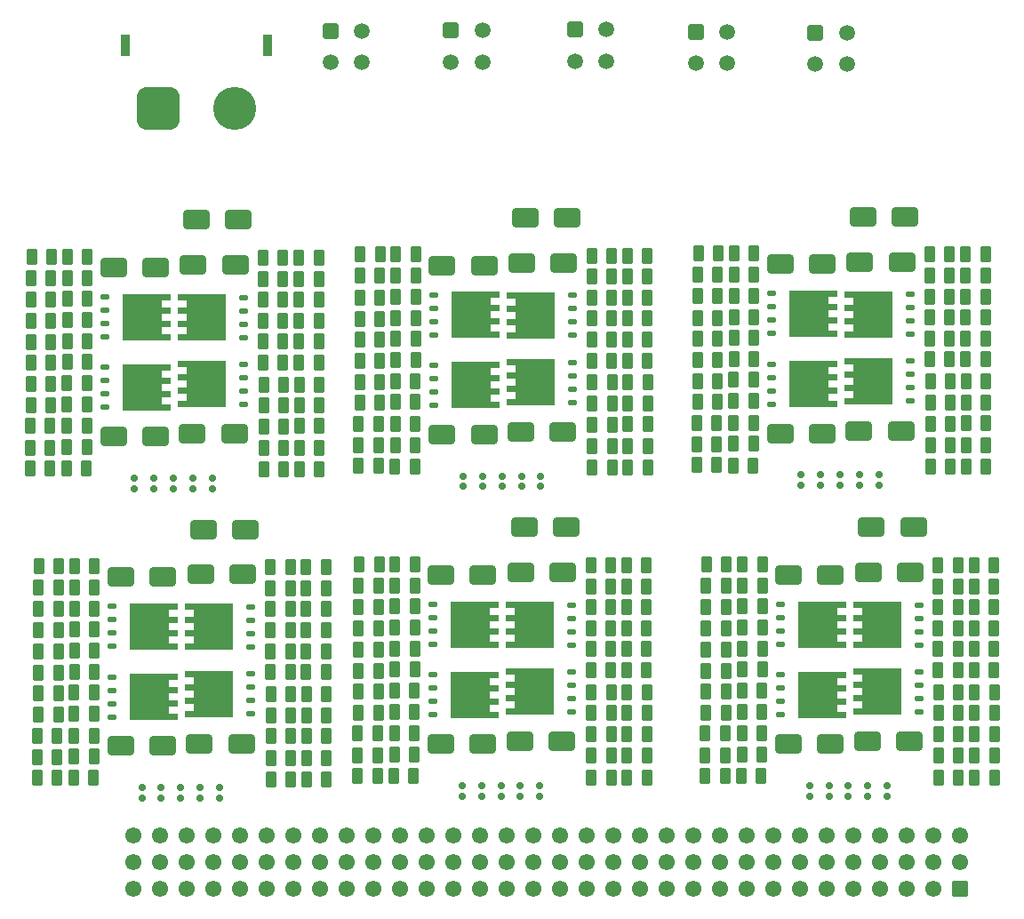
<source format=gbr>
%TF.GenerationSoftware,KiCad,Pcbnew,9.0.3*%
%TF.CreationDate,2025-09-23T23:00:58+02:00*%
%TF.ProjectId,ModuCard-GPIO-AUX,4d6f6475-4361-4726-942d-4750494f2d41,rev?*%
%TF.SameCoordinates,Original*%
%TF.FileFunction,Soldermask,Top*%
%TF.FilePolarity,Negative*%
%FSLAX46Y46*%
G04 Gerber Fmt 4.6, Leading zero omitted, Abs format (unit mm)*
G04 Created by KiCad (PCBNEW 9.0.3) date 2025-09-23 23:00:58*
%MOMM*%
%LPD*%
G01*
G04 APERTURE LIST*
G04 Aperture macros list*
%AMRoundRect*
0 Rectangle with rounded corners*
0 $1 Rounding radius*
0 $2 $3 $4 $5 $6 $7 $8 $9 X,Y pos of 4 corners*
0 Add a 4 corners polygon primitive as box body*
4,1,4,$2,$3,$4,$5,$6,$7,$8,$9,$2,$3,0*
0 Add four circle primitives for the rounded corners*
1,1,$1+$1,$2,$3*
1,1,$1+$1,$4,$5*
1,1,$1+$1,$6,$7*
1,1,$1+$1,$8,$9*
0 Add four rect primitives between the rounded corners*
20,1,$1+$1,$2,$3,$4,$5,0*
20,1,$1+$1,$4,$5,$6,$7,0*
20,1,$1+$1,$6,$7,$8,$9,0*
20,1,$1+$1,$8,$9,$2,$3,0*%
%AMFreePoly0*
4,1,17,2.675000,1.605000,1.875000,1.605000,1.875000,0.935000,2.675000,0.935000,2.675000,0.335000,1.875000,0.335000,1.875000,-0.335000,2.675000,-0.335000,2.675000,-0.935000,1.875000,-0.935000,1.875000,-1.605000,2.675000,-1.605000,2.675000,-2.205000,-1.875000,-2.205000,-1.875000,2.205000,2.675000,2.205000,2.675000,1.605000,2.675000,1.605000,$1*%
G04 Aperture macros list end*
%ADD10RoundRect,0.269000X0.269000X0.494000X-0.269000X0.494000X-0.269000X-0.494000X0.269000X-0.494000X0*%
%ADD11RoundRect,0.159000X-0.189000X0.159000X-0.189000X-0.159000X0.189000X-0.159000X0.189000X0.159000X0*%
%ADD12FreePoly0,0.000000*%
%ADD13RoundRect,0.125000X-0.300000X-0.125000X0.300000X-0.125000X0.300000X0.125000X-0.300000X0.125000X0*%
%ADD14RoundRect,0.250000X-1.000000X-0.650000X1.000000X-0.650000X1.000000X0.650000X-1.000000X0.650000X0*%
%ADD15RoundRect,0.250000X1.000000X0.650000X-1.000000X0.650000X-1.000000X-0.650000X1.000000X-0.650000X0*%
%ADD16FreePoly0,180.000000*%
%ADD17RoundRect,0.125000X0.300000X0.125000X-0.300000X0.125000X-0.300000X-0.125000X0.300000X-0.125000X0*%
%ADD18RoundRect,0.250001X-0.499999X-0.499999X0.499999X-0.499999X0.499999X0.499999X-0.499999X0.499999X0*%
%ADD19C,1.500000*%
%ADD20R,0.900000X2.000000*%
%ADD21RoundRect,1.025000X-1.025000X-1.025000X1.025000X-1.025000X1.025000X1.025000X-1.025000X1.025000X0*%
%ADD22C,4.100000*%
%ADD23RoundRect,0.249999X0.525001X0.525001X-0.525001X0.525001X-0.525001X-0.525001X0.525001X-0.525001X0*%
%ADD24C,1.550000*%
G04 APERTURE END LIST*
D10*
%TO.C,C13*%
X95350000Y-112910000D03*
X97250000Y-112910000D03*
%TD*%
%TO.C,C15*%
X95350000Y-108910000D03*
X97250000Y-108910000D03*
%TD*%
%TO.C,C17*%
X95400000Y-100760000D03*
X97300000Y-100760000D03*
%TD*%
%TO.C,C2*%
X98800000Y-108810000D03*
X100700000Y-108810000D03*
%TD*%
%TO.C,C19*%
X95250000Y-120910000D03*
X97150000Y-120910000D03*
%TD*%
%TO.C,C22*%
X95350000Y-114910000D03*
X97250000Y-114910000D03*
%TD*%
%TO.C,C20*%
X95250000Y-118960000D03*
X97150000Y-118960000D03*
%TD*%
%TO.C,C6*%
X98800000Y-100760000D03*
X100700000Y-100760000D03*
%TD*%
%TO.C,C16*%
X95350000Y-102810000D03*
X97250000Y-102810000D03*
%TD*%
%TO.C,C1*%
X98800000Y-110810000D03*
X100700000Y-110810000D03*
%TD*%
%TO.C,C12*%
X98750000Y-112810000D03*
X100650000Y-112810000D03*
%TD*%
%TO.C,C3*%
X98800000Y-106810000D03*
X100700000Y-106810000D03*
%TD*%
%TO.C,C5*%
X98800000Y-102810000D03*
X100700000Y-102810000D03*
%TD*%
%TO.C,C4*%
X98800000Y-104810000D03*
X100700000Y-104810000D03*
%TD*%
%TO.C,C7*%
X95350000Y-106910000D03*
X97250000Y-106910000D03*
%TD*%
%TO.C,C18*%
X98700000Y-120960000D03*
X100600000Y-120960000D03*
%TD*%
%TO.C,C10*%
X98750000Y-116910000D03*
X100650000Y-116910000D03*
%TD*%
%TO.C,C14*%
X95350000Y-110910000D03*
X97250000Y-110910000D03*
%TD*%
%TO.C,C11*%
X98750000Y-114810000D03*
X100650000Y-114810000D03*
%TD*%
%TO.C,C9*%
X98750000Y-118910000D03*
X100650000Y-118910000D03*
%TD*%
%TO.C,C8*%
X95350000Y-104860000D03*
X97250000Y-104860000D03*
%TD*%
%TO.C,C21*%
X95250000Y-116910000D03*
X97150000Y-116910000D03*
%TD*%
%TO.C,C32*%
X155750000Y-136370000D03*
X153850000Y-136370000D03*
%TD*%
D11*
%TO.C,R11*%
X140050000Y-151370000D03*
X140050000Y-152370000D03*
%TD*%
D10*
%TO.C,C39*%
X152350000Y-130370000D03*
X150450000Y-130370000D03*
%TD*%
D12*
%TO.C,Q1*%
X138950000Y-136010000D03*
D13*
X135400000Y-134105000D03*
X135400000Y-135375000D03*
X135400000Y-136645000D03*
X135400000Y-137915000D03*
%TD*%
D10*
%TO.C,C21*%
X130150000Y-146410000D03*
X128250000Y-146410000D03*
%TD*%
D11*
%TO.C,R8*%
X145600000Y-151370000D03*
X145600000Y-152370000D03*
%TD*%
D10*
%TO.C,C29*%
X155800000Y-146420000D03*
X153900000Y-146420000D03*
%TD*%
%TO.C,C8*%
X130250000Y-134360000D03*
X128350000Y-134360000D03*
%TD*%
D11*
%TO.C,R10*%
X141900000Y-151370000D03*
X141900000Y-152370000D03*
%TD*%
D10*
%TO.C,C37*%
X152350000Y-134370000D03*
X150450000Y-134370000D03*
%TD*%
%TO.C,C18*%
X133600000Y-150460000D03*
X131700000Y-150460000D03*
%TD*%
D14*
%TO.C,D6*%
X143800000Y-131070000D03*
X147800000Y-131070000D03*
%TD*%
D10*
%TO.C,C40*%
X155750000Y-130370000D03*
X153850000Y-130370000D03*
%TD*%
%TO.C,C4*%
X133700000Y-134310000D03*
X131800000Y-134310000D03*
%TD*%
D11*
%TO.C,R12*%
X138200000Y-151370000D03*
X138200000Y-152370000D03*
%TD*%
D10*
%TO.C,C26*%
X155800000Y-144470000D03*
X153900000Y-144470000D03*
%TD*%
%TO.C,C9*%
X133650000Y-148410000D03*
X131750000Y-148410000D03*
%TD*%
%TO.C,C27*%
X152400000Y-144470000D03*
X150500000Y-144470000D03*
%TD*%
%TO.C,C34*%
X155750000Y-132370000D03*
X153850000Y-132370000D03*
%TD*%
%TO.C,C42*%
X152400000Y-146470000D03*
X150500000Y-146470000D03*
%TD*%
%TO.C,C43*%
X152350000Y-140370000D03*
X150450000Y-140370000D03*
%TD*%
%TO.C,C44*%
X152350000Y-138370000D03*
X150450000Y-138370000D03*
%TD*%
%TO.C,C11*%
X133650000Y-144310000D03*
X131750000Y-144310000D03*
%TD*%
%TO.C,C10*%
X133650000Y-146410000D03*
X131750000Y-146410000D03*
%TD*%
%TO.C,C31*%
X155750000Y-138370000D03*
X153850000Y-138370000D03*
%TD*%
%TO.C,C14*%
X130250000Y-140410000D03*
X128350000Y-140410000D03*
%TD*%
%TO.C,C7*%
X130250000Y-136410000D03*
X128350000Y-136410000D03*
%TD*%
%TO.C,C38*%
X152350000Y-132370000D03*
X150450000Y-132370000D03*
%TD*%
%TO.C,C6*%
X133700000Y-130260000D03*
X131800000Y-130260000D03*
%TD*%
%TO.C,C5*%
X133700000Y-132310000D03*
X131800000Y-132310000D03*
%TD*%
%TO.C,C23*%
X155800000Y-148520000D03*
X153900000Y-148520000D03*
%TD*%
%TO.C,C3*%
X133700000Y-136310000D03*
X131800000Y-136310000D03*
%TD*%
%TO.C,C12*%
X133650000Y-142310000D03*
X131750000Y-142310000D03*
%TD*%
%TO.C,C1*%
X133700000Y-140310000D03*
X131800000Y-140310000D03*
%TD*%
%TO.C,C20*%
X130150000Y-148460000D03*
X128250000Y-148460000D03*
%TD*%
D12*
%TO.C,Q2*%
X138950000Y-142720000D03*
D13*
X135400000Y-140815000D03*
X135400000Y-142085000D03*
X135400000Y-143355000D03*
X135400000Y-144625000D03*
%TD*%
D15*
%TO.C,D3*%
X140200000Y-147410000D03*
X136200000Y-147410000D03*
%TD*%
D10*
%TO.C,C16*%
X130250000Y-132310000D03*
X128350000Y-132310000D03*
%TD*%
D14*
%TO.C,D5*%
X143700000Y-147170000D03*
X147700000Y-147170000D03*
%TD*%
D16*
%TO.C,Q3*%
X145050000Y-142435000D03*
D17*
X148600000Y-144340000D03*
X148600000Y-143070000D03*
X148600000Y-141800000D03*
X148600000Y-140530000D03*
%TD*%
D16*
%TO.C,Q4*%
X145050000Y-136065000D03*
D17*
X148600000Y-137970000D03*
X148600000Y-136700000D03*
X148600000Y-135430000D03*
X148600000Y-134160000D03*
%TD*%
D11*
%TO.C,R9*%
X143750000Y-151370000D03*
X143750000Y-152370000D03*
%TD*%
D15*
%TO.C,D2*%
X140200000Y-131310000D03*
X136200000Y-131310000D03*
%TD*%
D10*
%TO.C,C41*%
X152400000Y-148520000D03*
X150500000Y-148520000D03*
%TD*%
%TO.C,C30*%
X155750000Y-140370000D03*
X153850000Y-140370000D03*
%TD*%
%TO.C,C24*%
X155800000Y-150570000D03*
X153900000Y-150570000D03*
%TD*%
%TO.C,C36*%
X152350000Y-136370000D03*
X150450000Y-136370000D03*
%TD*%
%TO.C,C28*%
X155800000Y-142470000D03*
X153900000Y-142470000D03*
%TD*%
%TO.C,C33*%
X155750000Y-134370000D03*
X153850000Y-134370000D03*
%TD*%
%TO.C,C2*%
X133700000Y-138310000D03*
X131800000Y-138310000D03*
%TD*%
%TO.C,C19*%
X130150000Y-150410000D03*
X128250000Y-150410000D03*
%TD*%
%TO.C,C17*%
X130300000Y-130260000D03*
X128400000Y-130260000D03*
%TD*%
%TO.C,C25*%
X152400000Y-142470000D03*
X150500000Y-142470000D03*
%TD*%
%TO.C,C15*%
X130250000Y-138410000D03*
X128350000Y-138410000D03*
%TD*%
%TO.C,C35*%
X152400000Y-150570000D03*
X150500000Y-150570000D03*
%TD*%
%TO.C,C22*%
X130250000Y-144410000D03*
X128350000Y-144410000D03*
%TD*%
%TO.C,C13*%
X130250000Y-142410000D03*
X128350000Y-142410000D03*
%TD*%
D15*
%TO.C,D4*%
X148100000Y-126770000D03*
X144100000Y-126770000D03*
%TD*%
D10*
%TO.C,C32*%
X154950000Y-106770000D03*
X153050000Y-106770000D03*
%TD*%
D11*
%TO.C,R11*%
X139250000Y-121770000D03*
X139250000Y-122770000D03*
%TD*%
D10*
%TO.C,C39*%
X151550000Y-100770000D03*
X149650000Y-100770000D03*
%TD*%
D12*
%TO.C,Q1*%
X138150000Y-106410000D03*
D13*
X134600000Y-104505000D03*
X134600000Y-105775000D03*
X134600000Y-107045000D03*
X134600000Y-108315000D03*
%TD*%
D10*
%TO.C,C21*%
X129350000Y-116810000D03*
X127450000Y-116810000D03*
%TD*%
D11*
%TO.C,R8*%
X144800000Y-121770000D03*
X144800000Y-122770000D03*
%TD*%
D10*
%TO.C,C29*%
X155000000Y-116820000D03*
X153100000Y-116820000D03*
%TD*%
%TO.C,C8*%
X129450000Y-104760000D03*
X127550000Y-104760000D03*
%TD*%
D11*
%TO.C,R10*%
X141100000Y-121770000D03*
X141100000Y-122770000D03*
%TD*%
D10*
%TO.C,C37*%
X151550000Y-104770000D03*
X149650000Y-104770000D03*
%TD*%
%TO.C,C18*%
X132800000Y-120860000D03*
X130900000Y-120860000D03*
%TD*%
D14*
%TO.C,D6*%
X143000000Y-101470000D03*
X147000000Y-101470000D03*
%TD*%
D10*
%TO.C,C40*%
X154950000Y-100770000D03*
X153050000Y-100770000D03*
%TD*%
%TO.C,C4*%
X132900000Y-104710000D03*
X131000000Y-104710000D03*
%TD*%
D11*
%TO.C,R12*%
X137400000Y-121770000D03*
X137400000Y-122770000D03*
%TD*%
D10*
%TO.C,C26*%
X155000000Y-114870000D03*
X153100000Y-114870000D03*
%TD*%
%TO.C,C9*%
X132850000Y-118810000D03*
X130950000Y-118810000D03*
%TD*%
%TO.C,C27*%
X151600000Y-114870000D03*
X149700000Y-114870000D03*
%TD*%
%TO.C,C34*%
X154950000Y-102770000D03*
X153050000Y-102770000D03*
%TD*%
%TO.C,C42*%
X151600000Y-116870000D03*
X149700000Y-116870000D03*
%TD*%
%TO.C,C43*%
X151550000Y-110770000D03*
X149650000Y-110770000D03*
%TD*%
%TO.C,C44*%
X151550000Y-108770000D03*
X149650000Y-108770000D03*
%TD*%
%TO.C,C11*%
X132850000Y-114710000D03*
X130950000Y-114710000D03*
%TD*%
%TO.C,C10*%
X132850000Y-116810000D03*
X130950000Y-116810000D03*
%TD*%
%TO.C,C31*%
X154950000Y-108770000D03*
X153050000Y-108770000D03*
%TD*%
%TO.C,C14*%
X129450000Y-110810000D03*
X127550000Y-110810000D03*
%TD*%
%TO.C,C7*%
X129450000Y-106810000D03*
X127550000Y-106810000D03*
%TD*%
%TO.C,C38*%
X151550000Y-102770000D03*
X149650000Y-102770000D03*
%TD*%
%TO.C,C6*%
X132900000Y-100660000D03*
X131000000Y-100660000D03*
%TD*%
%TO.C,C5*%
X132900000Y-102710000D03*
X131000000Y-102710000D03*
%TD*%
%TO.C,C23*%
X155000000Y-118920000D03*
X153100000Y-118920000D03*
%TD*%
%TO.C,C3*%
X132900000Y-106710000D03*
X131000000Y-106710000D03*
%TD*%
%TO.C,C12*%
X132850000Y-112710000D03*
X130950000Y-112710000D03*
%TD*%
%TO.C,C1*%
X132900000Y-110710000D03*
X131000000Y-110710000D03*
%TD*%
%TO.C,C20*%
X129350000Y-118860000D03*
X127450000Y-118860000D03*
%TD*%
D12*
%TO.C,Q2*%
X138150000Y-113120000D03*
D13*
X134600000Y-111215000D03*
X134600000Y-112485000D03*
X134600000Y-113755000D03*
X134600000Y-115025000D03*
%TD*%
D15*
%TO.C,D3*%
X139400000Y-117810000D03*
X135400000Y-117810000D03*
%TD*%
D10*
%TO.C,C16*%
X129450000Y-102710000D03*
X127550000Y-102710000D03*
%TD*%
D14*
%TO.C,D5*%
X142900000Y-117570000D03*
X146900000Y-117570000D03*
%TD*%
D16*
%TO.C,Q3*%
X144250000Y-112835000D03*
D17*
X147800000Y-114740000D03*
X147800000Y-113470000D03*
X147800000Y-112200000D03*
X147800000Y-110930000D03*
%TD*%
D16*
%TO.C,Q4*%
X144250000Y-106465000D03*
D17*
X147800000Y-108370000D03*
X147800000Y-107100000D03*
X147800000Y-105830000D03*
X147800000Y-104560000D03*
%TD*%
D11*
%TO.C,R9*%
X142950000Y-121770000D03*
X142950000Y-122770000D03*
%TD*%
D15*
%TO.C,D2*%
X139400000Y-101710000D03*
X135400000Y-101710000D03*
%TD*%
D10*
%TO.C,C41*%
X151600000Y-118920000D03*
X149700000Y-118920000D03*
%TD*%
%TO.C,C30*%
X154950000Y-110770000D03*
X153050000Y-110770000D03*
%TD*%
%TO.C,C24*%
X155000000Y-120970000D03*
X153100000Y-120970000D03*
%TD*%
%TO.C,C36*%
X151550000Y-106770000D03*
X149650000Y-106770000D03*
%TD*%
%TO.C,C28*%
X155000000Y-112870000D03*
X153100000Y-112870000D03*
%TD*%
%TO.C,C33*%
X154950000Y-104770000D03*
X153050000Y-104770000D03*
%TD*%
%TO.C,C2*%
X132900000Y-108710000D03*
X131000000Y-108710000D03*
%TD*%
%TO.C,C19*%
X129350000Y-120810000D03*
X127450000Y-120810000D03*
%TD*%
%TO.C,C17*%
X129500000Y-100660000D03*
X127600000Y-100660000D03*
%TD*%
%TO.C,C25*%
X151600000Y-112870000D03*
X149700000Y-112870000D03*
%TD*%
%TO.C,C15*%
X129450000Y-108810000D03*
X127550000Y-108810000D03*
%TD*%
%TO.C,C35*%
X151600000Y-120970000D03*
X149700000Y-120970000D03*
%TD*%
%TO.C,C22*%
X129450000Y-114810000D03*
X127550000Y-114810000D03*
%TD*%
%TO.C,C13*%
X129450000Y-112810000D03*
X127550000Y-112810000D03*
%TD*%
D15*
%TO.C,D4*%
X147300000Y-97170000D03*
X143300000Y-97170000D03*
%TD*%
D10*
%TO.C,C32*%
X122650000Y-136370000D03*
X120750000Y-136370000D03*
%TD*%
D11*
%TO.C,R11*%
X106950000Y-151370000D03*
X106950000Y-152370000D03*
%TD*%
D10*
%TO.C,C39*%
X119250000Y-130370000D03*
X117350000Y-130370000D03*
%TD*%
D12*
%TO.C,Q1*%
X105850000Y-136010000D03*
D13*
X102300000Y-134105000D03*
X102300000Y-135375000D03*
X102300000Y-136645000D03*
X102300000Y-137915000D03*
%TD*%
D10*
%TO.C,C21*%
X97050000Y-146410000D03*
X95150000Y-146410000D03*
%TD*%
D11*
%TO.C,R8*%
X112500000Y-151370000D03*
X112500000Y-152370000D03*
%TD*%
D10*
%TO.C,C29*%
X122700000Y-146420000D03*
X120800000Y-146420000D03*
%TD*%
%TO.C,C8*%
X97150000Y-134360000D03*
X95250000Y-134360000D03*
%TD*%
D11*
%TO.C,R10*%
X108800000Y-151370000D03*
X108800000Y-152370000D03*
%TD*%
D10*
%TO.C,C37*%
X119250000Y-134370000D03*
X117350000Y-134370000D03*
%TD*%
%TO.C,C18*%
X100500000Y-150460000D03*
X98600000Y-150460000D03*
%TD*%
D14*
%TO.C,D6*%
X110700000Y-131070000D03*
X114700000Y-131070000D03*
%TD*%
D10*
%TO.C,C40*%
X122650000Y-130370000D03*
X120750000Y-130370000D03*
%TD*%
%TO.C,C4*%
X100600000Y-134310000D03*
X98700000Y-134310000D03*
%TD*%
D11*
%TO.C,R12*%
X105100000Y-151370000D03*
X105100000Y-152370000D03*
%TD*%
D10*
%TO.C,C26*%
X122700000Y-144470000D03*
X120800000Y-144470000D03*
%TD*%
%TO.C,C9*%
X100550000Y-148410000D03*
X98650000Y-148410000D03*
%TD*%
%TO.C,C27*%
X119300000Y-144470000D03*
X117400000Y-144470000D03*
%TD*%
%TO.C,C34*%
X122650000Y-132370000D03*
X120750000Y-132370000D03*
%TD*%
%TO.C,C42*%
X119300000Y-146470000D03*
X117400000Y-146470000D03*
%TD*%
%TO.C,C43*%
X119250000Y-140370000D03*
X117350000Y-140370000D03*
%TD*%
%TO.C,C44*%
X119250000Y-138370000D03*
X117350000Y-138370000D03*
%TD*%
%TO.C,C11*%
X100550000Y-144310000D03*
X98650000Y-144310000D03*
%TD*%
%TO.C,C10*%
X100550000Y-146410000D03*
X98650000Y-146410000D03*
%TD*%
%TO.C,C31*%
X122650000Y-138370000D03*
X120750000Y-138370000D03*
%TD*%
%TO.C,C14*%
X97150000Y-140410000D03*
X95250000Y-140410000D03*
%TD*%
%TO.C,C7*%
X97150000Y-136410000D03*
X95250000Y-136410000D03*
%TD*%
%TO.C,C38*%
X119250000Y-132370000D03*
X117350000Y-132370000D03*
%TD*%
%TO.C,C6*%
X100600000Y-130260000D03*
X98700000Y-130260000D03*
%TD*%
%TO.C,C5*%
X100600000Y-132310000D03*
X98700000Y-132310000D03*
%TD*%
%TO.C,C23*%
X122700000Y-148520000D03*
X120800000Y-148520000D03*
%TD*%
%TO.C,C3*%
X100600000Y-136310000D03*
X98700000Y-136310000D03*
%TD*%
%TO.C,C12*%
X100550000Y-142310000D03*
X98650000Y-142310000D03*
%TD*%
%TO.C,C1*%
X100600000Y-140310000D03*
X98700000Y-140310000D03*
%TD*%
%TO.C,C20*%
X97050000Y-148460000D03*
X95150000Y-148460000D03*
%TD*%
D12*
%TO.C,Q2*%
X105850000Y-142720000D03*
D13*
X102300000Y-140815000D03*
X102300000Y-142085000D03*
X102300000Y-143355000D03*
X102300000Y-144625000D03*
%TD*%
D15*
%TO.C,D3*%
X107100000Y-147410000D03*
X103100000Y-147410000D03*
%TD*%
D10*
%TO.C,C16*%
X97150000Y-132310000D03*
X95250000Y-132310000D03*
%TD*%
D14*
%TO.C,D5*%
X110600000Y-147170000D03*
X114600000Y-147170000D03*
%TD*%
D16*
%TO.C,Q3*%
X111950000Y-142435000D03*
D17*
X115500000Y-144340000D03*
X115500000Y-143070000D03*
X115500000Y-141800000D03*
X115500000Y-140530000D03*
%TD*%
D16*
%TO.C,Q4*%
X111950000Y-136065000D03*
D17*
X115500000Y-137970000D03*
X115500000Y-136700000D03*
X115500000Y-135430000D03*
X115500000Y-134160000D03*
%TD*%
D11*
%TO.C,R9*%
X110650000Y-151370000D03*
X110650000Y-152370000D03*
%TD*%
D15*
%TO.C,D2*%
X107100000Y-131310000D03*
X103100000Y-131310000D03*
%TD*%
D10*
%TO.C,C41*%
X119300000Y-148520000D03*
X117400000Y-148520000D03*
%TD*%
%TO.C,C30*%
X122650000Y-140370000D03*
X120750000Y-140370000D03*
%TD*%
%TO.C,C24*%
X122700000Y-150570000D03*
X120800000Y-150570000D03*
%TD*%
%TO.C,C36*%
X119250000Y-136370000D03*
X117350000Y-136370000D03*
%TD*%
%TO.C,C28*%
X122700000Y-142470000D03*
X120800000Y-142470000D03*
%TD*%
%TO.C,C33*%
X122650000Y-134370000D03*
X120750000Y-134370000D03*
%TD*%
%TO.C,C2*%
X100600000Y-138310000D03*
X98700000Y-138310000D03*
%TD*%
%TO.C,C19*%
X97050000Y-150410000D03*
X95150000Y-150410000D03*
%TD*%
%TO.C,C17*%
X97200000Y-130260000D03*
X95300000Y-130260000D03*
%TD*%
%TO.C,C25*%
X119300000Y-142470000D03*
X117400000Y-142470000D03*
%TD*%
%TO.C,C15*%
X97150000Y-138410000D03*
X95250000Y-138410000D03*
%TD*%
%TO.C,C35*%
X119300000Y-150570000D03*
X117400000Y-150570000D03*
%TD*%
%TO.C,C22*%
X97150000Y-144410000D03*
X95250000Y-144410000D03*
%TD*%
%TO.C,C13*%
X97150000Y-142410000D03*
X95250000Y-142410000D03*
%TD*%
D15*
%TO.C,D4*%
X115000000Y-126770000D03*
X111000000Y-126770000D03*
%TD*%
D10*
%TO.C,C32*%
X122750000Y-106870000D03*
X120850000Y-106870000D03*
%TD*%
D11*
%TO.C,R11*%
X107050000Y-121870000D03*
X107050000Y-122870000D03*
%TD*%
D10*
%TO.C,C39*%
X119350000Y-100870000D03*
X117450000Y-100870000D03*
%TD*%
D12*
%TO.C,Q1*%
X105950000Y-106510000D03*
D13*
X102400000Y-104605000D03*
X102400000Y-105875000D03*
X102400000Y-107145000D03*
X102400000Y-108415000D03*
%TD*%
D11*
%TO.C,R8*%
X112600000Y-121870000D03*
X112600000Y-122870000D03*
%TD*%
D10*
%TO.C,C29*%
X122800000Y-116920000D03*
X120900000Y-116920000D03*
%TD*%
D11*
%TO.C,R10*%
X108900000Y-121870000D03*
X108900000Y-122870000D03*
%TD*%
D10*
%TO.C,C37*%
X119350000Y-104870000D03*
X117450000Y-104870000D03*
%TD*%
D14*
%TO.C,D6*%
X110800000Y-101570000D03*
X114800000Y-101570000D03*
%TD*%
D10*
%TO.C,C40*%
X122750000Y-100870000D03*
X120850000Y-100870000D03*
%TD*%
D11*
%TO.C,R12*%
X105200000Y-121870000D03*
X105200000Y-122870000D03*
%TD*%
D10*
%TO.C,C26*%
X122800000Y-114970000D03*
X120900000Y-114970000D03*
%TD*%
%TO.C,C27*%
X119400000Y-114970000D03*
X117500000Y-114970000D03*
%TD*%
%TO.C,C34*%
X122750000Y-102870000D03*
X120850000Y-102870000D03*
%TD*%
%TO.C,C42*%
X119400000Y-116970000D03*
X117500000Y-116970000D03*
%TD*%
%TO.C,C43*%
X119350000Y-110870000D03*
X117450000Y-110870000D03*
%TD*%
%TO.C,C44*%
X119350000Y-108870000D03*
X117450000Y-108870000D03*
%TD*%
%TO.C,C31*%
X122750000Y-108870000D03*
X120850000Y-108870000D03*
%TD*%
%TO.C,C38*%
X119350000Y-102870000D03*
X117450000Y-102870000D03*
%TD*%
%TO.C,C23*%
X122800000Y-119020000D03*
X120900000Y-119020000D03*
%TD*%
D12*
%TO.C,Q2*%
X105950000Y-113220000D03*
D13*
X102400000Y-111315000D03*
X102400000Y-112585000D03*
X102400000Y-113855000D03*
X102400000Y-115125000D03*
%TD*%
D15*
%TO.C,D3*%
X107200000Y-117910000D03*
X103200000Y-117910000D03*
%TD*%
D14*
%TO.C,D5*%
X110700000Y-117670000D03*
X114700000Y-117670000D03*
%TD*%
D16*
%TO.C,Q3*%
X112050000Y-112935000D03*
D17*
X115600000Y-114840000D03*
X115600000Y-113570000D03*
X115600000Y-112300000D03*
X115600000Y-111030000D03*
%TD*%
D16*
%TO.C,Q4*%
X112050000Y-106565000D03*
D17*
X115600000Y-108470000D03*
X115600000Y-107200000D03*
X115600000Y-105930000D03*
X115600000Y-104660000D03*
%TD*%
D11*
%TO.C,R9*%
X110750000Y-121870000D03*
X110750000Y-122870000D03*
%TD*%
D15*
%TO.C,D2*%
X107200000Y-101810000D03*
X103200000Y-101810000D03*
%TD*%
D10*
%TO.C,C41*%
X119400000Y-119020000D03*
X117500000Y-119020000D03*
%TD*%
%TO.C,C30*%
X122750000Y-110870000D03*
X120850000Y-110870000D03*
%TD*%
%TO.C,C24*%
X122800000Y-121070000D03*
X120900000Y-121070000D03*
%TD*%
%TO.C,C36*%
X119350000Y-106870000D03*
X117450000Y-106870000D03*
%TD*%
%TO.C,C28*%
X122800000Y-112970000D03*
X120900000Y-112970000D03*
%TD*%
%TO.C,C33*%
X122750000Y-104870000D03*
X120850000Y-104870000D03*
%TD*%
%TO.C,C25*%
X119400000Y-112970000D03*
X117500000Y-112970000D03*
%TD*%
%TO.C,C35*%
X119400000Y-121070000D03*
X117500000Y-121070000D03*
%TD*%
D15*
%TO.C,D4*%
X115100000Y-97270000D03*
X111100000Y-97270000D03*
%TD*%
D10*
%TO.C,C32*%
X91450000Y-107070000D03*
X89550000Y-107070000D03*
%TD*%
D11*
%TO.C,R11*%
X75750000Y-122070000D03*
X75750000Y-123070000D03*
%TD*%
D10*
%TO.C,C39*%
X88050000Y-101070000D03*
X86150000Y-101070000D03*
%TD*%
D12*
%TO.C,Q1*%
X74650000Y-106710000D03*
D13*
X71100000Y-104805000D03*
X71100000Y-106075000D03*
X71100000Y-107345000D03*
X71100000Y-108615000D03*
%TD*%
D10*
%TO.C,C21*%
X65850000Y-117110000D03*
X63950000Y-117110000D03*
%TD*%
D11*
%TO.C,R8*%
X81300000Y-122070000D03*
X81300000Y-123070000D03*
%TD*%
D10*
%TO.C,C29*%
X91500000Y-117120000D03*
X89600000Y-117120000D03*
%TD*%
%TO.C,C8*%
X65950000Y-105060000D03*
X64050000Y-105060000D03*
%TD*%
D11*
%TO.C,R10*%
X77600000Y-122070000D03*
X77600000Y-123070000D03*
%TD*%
D10*
%TO.C,C37*%
X88050000Y-105070000D03*
X86150000Y-105070000D03*
%TD*%
%TO.C,C18*%
X69300000Y-121160000D03*
X67400000Y-121160000D03*
%TD*%
D14*
%TO.C,D6*%
X79500000Y-101770000D03*
X83500000Y-101770000D03*
%TD*%
D10*
%TO.C,C40*%
X91450000Y-101070000D03*
X89550000Y-101070000D03*
%TD*%
%TO.C,C4*%
X69400000Y-105010000D03*
X67500000Y-105010000D03*
%TD*%
D11*
%TO.C,R12*%
X73900000Y-122070000D03*
X73900000Y-123070000D03*
%TD*%
D10*
%TO.C,C26*%
X91500000Y-115170000D03*
X89600000Y-115170000D03*
%TD*%
%TO.C,C9*%
X69350000Y-119110000D03*
X67450000Y-119110000D03*
%TD*%
%TO.C,C27*%
X88100000Y-115170000D03*
X86200000Y-115170000D03*
%TD*%
%TO.C,C34*%
X91450000Y-103070000D03*
X89550000Y-103070000D03*
%TD*%
%TO.C,C42*%
X88100000Y-117170000D03*
X86200000Y-117170000D03*
%TD*%
%TO.C,C43*%
X88050000Y-111070000D03*
X86150000Y-111070000D03*
%TD*%
%TO.C,C44*%
X88050000Y-109070000D03*
X86150000Y-109070000D03*
%TD*%
%TO.C,C11*%
X69350000Y-115010000D03*
X67450000Y-115010000D03*
%TD*%
%TO.C,C10*%
X69350000Y-117110000D03*
X67450000Y-117110000D03*
%TD*%
%TO.C,C31*%
X91450000Y-109070000D03*
X89550000Y-109070000D03*
%TD*%
%TO.C,C14*%
X65950000Y-111110000D03*
X64050000Y-111110000D03*
%TD*%
%TO.C,C7*%
X65950000Y-107110000D03*
X64050000Y-107110000D03*
%TD*%
%TO.C,C38*%
X88050000Y-103070000D03*
X86150000Y-103070000D03*
%TD*%
%TO.C,C6*%
X69400000Y-100960000D03*
X67500000Y-100960000D03*
%TD*%
%TO.C,C5*%
X69400000Y-103010000D03*
X67500000Y-103010000D03*
%TD*%
%TO.C,C23*%
X91500000Y-119220000D03*
X89600000Y-119220000D03*
%TD*%
%TO.C,C3*%
X69400000Y-107010000D03*
X67500000Y-107010000D03*
%TD*%
%TO.C,C12*%
X69350000Y-113010000D03*
X67450000Y-113010000D03*
%TD*%
%TO.C,C1*%
X69400000Y-111010000D03*
X67500000Y-111010000D03*
%TD*%
%TO.C,C20*%
X65850000Y-119160000D03*
X63950000Y-119160000D03*
%TD*%
D12*
%TO.C,Q2*%
X74650000Y-113420000D03*
D13*
X71100000Y-111515000D03*
X71100000Y-112785000D03*
X71100000Y-114055000D03*
X71100000Y-115325000D03*
%TD*%
D15*
%TO.C,D3*%
X75900000Y-118110000D03*
X71900000Y-118110000D03*
%TD*%
D10*
%TO.C,C16*%
X65950000Y-103010000D03*
X64050000Y-103010000D03*
%TD*%
D14*
%TO.C,D5*%
X79400000Y-117870000D03*
X83400000Y-117870000D03*
%TD*%
D16*
%TO.C,Q3*%
X80750000Y-113135000D03*
D17*
X84300000Y-115040000D03*
X84300000Y-113770000D03*
X84300000Y-112500000D03*
X84300000Y-111230000D03*
%TD*%
D16*
%TO.C,Q4*%
X80750000Y-106765000D03*
D17*
X84300000Y-108670000D03*
X84300000Y-107400000D03*
X84300000Y-106130000D03*
X84300000Y-104860000D03*
%TD*%
D11*
%TO.C,R9*%
X79450000Y-122070000D03*
X79450000Y-123070000D03*
%TD*%
D15*
%TO.C,D2*%
X75900000Y-102010000D03*
X71900000Y-102010000D03*
%TD*%
D10*
%TO.C,C41*%
X88100000Y-119220000D03*
X86200000Y-119220000D03*
%TD*%
%TO.C,C30*%
X91450000Y-111070000D03*
X89550000Y-111070000D03*
%TD*%
%TO.C,C24*%
X91500000Y-121270000D03*
X89600000Y-121270000D03*
%TD*%
%TO.C,C36*%
X88050000Y-107070000D03*
X86150000Y-107070000D03*
%TD*%
%TO.C,C28*%
X91500000Y-113170000D03*
X89600000Y-113170000D03*
%TD*%
%TO.C,C33*%
X91450000Y-105070000D03*
X89550000Y-105070000D03*
%TD*%
%TO.C,C2*%
X69400000Y-109010000D03*
X67500000Y-109010000D03*
%TD*%
%TO.C,C19*%
X65850000Y-121110000D03*
X63950000Y-121110000D03*
%TD*%
%TO.C,C17*%
X66000000Y-100960000D03*
X64100000Y-100960000D03*
%TD*%
%TO.C,C25*%
X88100000Y-113170000D03*
X86200000Y-113170000D03*
%TD*%
%TO.C,C15*%
X65950000Y-109110000D03*
X64050000Y-109110000D03*
%TD*%
%TO.C,C35*%
X88100000Y-121270000D03*
X86200000Y-121270000D03*
%TD*%
%TO.C,C22*%
X65950000Y-115110000D03*
X64050000Y-115110000D03*
%TD*%
%TO.C,C13*%
X65950000Y-113110000D03*
X64050000Y-113110000D03*
%TD*%
D15*
%TO.C,D4*%
X83800000Y-97470000D03*
X79800000Y-97470000D03*
%TD*%
D11*
%TO.C,R11*%
X76445000Y-151555000D03*
X76445000Y-152555000D03*
%TD*%
D10*
%TO.C,C32*%
X92145000Y-136555000D03*
X90245000Y-136555000D03*
%TD*%
D14*
%TO.C,D5*%
X80095000Y-147355000D03*
X84095000Y-147355000D03*
%TD*%
D10*
%TO.C,C20*%
X66545000Y-148645000D03*
X64645000Y-148645000D03*
%TD*%
D12*
%TO.C,Q2*%
X75345000Y-142905000D03*
D13*
X71795000Y-141000000D03*
X71795000Y-142270000D03*
X71795000Y-143540000D03*
X71795000Y-144810000D03*
%TD*%
D10*
%TO.C,C1*%
X70095000Y-140495000D03*
X68195000Y-140495000D03*
%TD*%
%TO.C,C16*%
X66645000Y-132495000D03*
X64745000Y-132495000D03*
%TD*%
D15*
%TO.C,D3*%
X76595000Y-147595000D03*
X72595000Y-147595000D03*
%TD*%
D10*
%TO.C,C15*%
X66645000Y-138595000D03*
X64745000Y-138595000D03*
%TD*%
D15*
%TO.C,D4*%
X84495000Y-126955000D03*
X80495000Y-126955000D03*
%TD*%
D10*
%TO.C,C35*%
X88795000Y-150755000D03*
X86895000Y-150755000D03*
%TD*%
%TO.C,C22*%
X66645000Y-144595000D03*
X64745000Y-144595000D03*
%TD*%
%TO.C,C13*%
X66645000Y-142595000D03*
X64745000Y-142595000D03*
%TD*%
%TO.C,C25*%
X88795000Y-142655000D03*
X86895000Y-142655000D03*
%TD*%
%TO.C,C17*%
X66695000Y-130445000D03*
X64795000Y-130445000D03*
%TD*%
%TO.C,C19*%
X66545000Y-150595000D03*
X64645000Y-150595000D03*
%TD*%
%TO.C,C2*%
X70095000Y-138495000D03*
X68195000Y-138495000D03*
%TD*%
%TO.C,C33*%
X92145000Y-134555000D03*
X90245000Y-134555000D03*
%TD*%
%TO.C,C28*%
X92195000Y-142655000D03*
X90295000Y-142655000D03*
%TD*%
D18*
%TO.C,J1*%
X92550000Y-79450000D03*
D19*
X95550000Y-79450000D03*
X92550000Y-82450000D03*
X95550000Y-82450000D03*
%TD*%
D10*
%TO.C,C24*%
X92195000Y-150755000D03*
X90295000Y-150755000D03*
%TD*%
%TO.C,C36*%
X88745000Y-136555000D03*
X86845000Y-136555000D03*
%TD*%
%TO.C,C30*%
X92145000Y-140555000D03*
X90245000Y-140555000D03*
%TD*%
%TO.C,C41*%
X88795000Y-148705000D03*
X86895000Y-148705000D03*
%TD*%
D16*
%TO.C,Q4*%
X81445000Y-136250000D03*
D17*
X84995000Y-138155000D03*
X84995000Y-136885000D03*
X84995000Y-135615000D03*
X84995000Y-134345000D03*
%TD*%
D16*
%TO.C,Q3*%
X81445000Y-142620000D03*
D17*
X84995000Y-144525000D03*
X84995000Y-143255000D03*
X84995000Y-141985000D03*
X84995000Y-140715000D03*
%TD*%
D15*
%TO.C,D2*%
X76595000Y-131495000D03*
X72595000Y-131495000D03*
%TD*%
D11*
%TO.C,R9*%
X80145000Y-151555000D03*
X80145000Y-152555000D03*
%TD*%
D10*
%TO.C,C12*%
X70045000Y-142495000D03*
X68145000Y-142495000D03*
%TD*%
%TO.C,C3*%
X70095000Y-136495000D03*
X68195000Y-136495000D03*
%TD*%
%TO.C,C23*%
X92195000Y-148705000D03*
X90295000Y-148705000D03*
%TD*%
D20*
%TO.C,J7*%
X73050000Y-80850000D03*
X86550000Y-80850000D03*
D21*
X76200000Y-86850000D03*
D22*
X83400000Y-86850000D03*
%TD*%
D10*
%TO.C,C5*%
X70095000Y-132495000D03*
X68195000Y-132495000D03*
%TD*%
%TO.C,C6*%
X70095000Y-130445000D03*
X68195000Y-130445000D03*
%TD*%
%TO.C,C7*%
X66645000Y-136595000D03*
X64745000Y-136595000D03*
%TD*%
%TO.C,C38*%
X88745000Y-132555000D03*
X86845000Y-132555000D03*
%TD*%
%TO.C,C14*%
X66645000Y-140595000D03*
X64745000Y-140595000D03*
%TD*%
%TO.C,C31*%
X92145000Y-138555000D03*
X90245000Y-138555000D03*
%TD*%
D18*
%TO.C,J5*%
X115850000Y-79335000D03*
D19*
X118850000Y-79335000D03*
X115850000Y-82335000D03*
X118850000Y-82335000D03*
%TD*%
D10*
%TO.C,C11*%
X70045000Y-144495000D03*
X68145000Y-144495000D03*
%TD*%
%TO.C,C10*%
X70045000Y-146595000D03*
X68145000Y-146595000D03*
%TD*%
%TO.C,C44*%
X88745000Y-138555000D03*
X86845000Y-138555000D03*
%TD*%
%TO.C,C42*%
X88795000Y-146655000D03*
X86895000Y-146655000D03*
%TD*%
%TO.C,C43*%
X88745000Y-140555000D03*
X86845000Y-140555000D03*
%TD*%
%TO.C,C34*%
X92145000Y-132555000D03*
X90245000Y-132555000D03*
%TD*%
D23*
%TO.C,J6*%
X152550000Y-161210000D03*
D24*
X150010000Y-161210000D03*
X147470000Y-161210000D03*
X144930000Y-161210000D03*
X142390000Y-161210000D03*
X139850000Y-161210000D03*
X137310000Y-161210000D03*
X134770000Y-161210000D03*
X132230000Y-161210000D03*
X129690000Y-161210000D03*
X127150000Y-161210000D03*
X124610000Y-161210000D03*
X122070000Y-161210000D03*
X119530000Y-161210000D03*
X116990000Y-161210000D03*
X114450000Y-161210000D03*
X111910000Y-161210000D03*
X109370000Y-161210000D03*
X106830000Y-161210000D03*
X104290000Y-161210000D03*
X101750000Y-161210000D03*
X99210000Y-161210000D03*
X96670000Y-161210000D03*
X94130000Y-161210000D03*
X91590000Y-161210000D03*
X89050000Y-161210000D03*
X86510000Y-161210000D03*
X83970000Y-161210000D03*
X81430000Y-161210000D03*
X78890000Y-161210000D03*
X76350000Y-161210000D03*
X73810000Y-161210000D03*
X152550000Y-158670000D03*
X150010000Y-158670000D03*
X147470000Y-158670000D03*
X144930000Y-158670000D03*
X142390000Y-158670000D03*
X139850000Y-158670000D03*
X137310000Y-158670000D03*
X134770000Y-158670000D03*
X132230000Y-158670000D03*
X129690000Y-158670000D03*
X127150000Y-158670000D03*
X124610000Y-158670000D03*
X122070000Y-158670000D03*
X119530000Y-158670000D03*
X116990000Y-158670000D03*
X114450000Y-158670000D03*
X111910000Y-158670000D03*
X109370000Y-158670000D03*
X106830000Y-158670000D03*
X104290000Y-158670000D03*
X101750000Y-158670000D03*
X99210000Y-158670000D03*
X96670000Y-158670000D03*
X94130000Y-158670000D03*
X91590000Y-158670000D03*
X89050000Y-158670000D03*
X86510000Y-158670000D03*
X83970000Y-158670000D03*
X81430000Y-158670000D03*
X78890000Y-158670000D03*
X76350000Y-158670000D03*
X73810000Y-158670000D03*
X152550000Y-156130000D03*
X150010000Y-156130000D03*
X147470000Y-156130000D03*
X144930000Y-156130000D03*
X142390000Y-156130000D03*
X139850000Y-156130000D03*
X137310000Y-156130000D03*
X134770000Y-156130000D03*
X132230000Y-156130000D03*
X129690000Y-156130000D03*
X127150000Y-156130000D03*
X124610000Y-156130000D03*
X122070000Y-156130000D03*
X119530000Y-156130000D03*
X116990000Y-156130000D03*
X114450000Y-156130000D03*
X111910000Y-156130000D03*
X109370000Y-156130000D03*
X106830000Y-156130000D03*
X104290000Y-156130000D03*
X101750000Y-156130000D03*
X99210000Y-156130000D03*
X96670000Y-156130000D03*
X94130000Y-156130000D03*
X91590000Y-156130000D03*
X89050000Y-156130000D03*
X86510000Y-156130000D03*
X83970000Y-156130000D03*
X81430000Y-156130000D03*
X78890000Y-156130000D03*
X76350000Y-156130000D03*
X73810000Y-156130000D03*
%TD*%
D10*
%TO.C,C27*%
X88795000Y-144655000D03*
X86895000Y-144655000D03*
%TD*%
%TO.C,C26*%
X92195000Y-144655000D03*
X90295000Y-144655000D03*
%TD*%
D11*
%TO.C,R12*%
X74595000Y-151555000D03*
X74595000Y-152555000D03*
%TD*%
D10*
%TO.C,C9*%
X70045000Y-148595000D03*
X68145000Y-148595000D03*
%TD*%
D18*
%TO.C,J2*%
X138750000Y-79635000D03*
D19*
X141750000Y-79635000D03*
X138750000Y-82635000D03*
X141750000Y-82635000D03*
%TD*%
D10*
%TO.C,C4*%
X70095000Y-134495000D03*
X68195000Y-134495000D03*
%TD*%
%TO.C,C18*%
X69995000Y-150645000D03*
X68095000Y-150645000D03*
%TD*%
%TO.C,C40*%
X92145000Y-130555000D03*
X90245000Y-130555000D03*
%TD*%
D14*
%TO.C,D6*%
X80195000Y-131255000D03*
X84195000Y-131255000D03*
%TD*%
D10*
%TO.C,C37*%
X88745000Y-134555000D03*
X86845000Y-134555000D03*
%TD*%
D11*
%TO.C,R10*%
X78295000Y-151555000D03*
X78295000Y-152555000D03*
%TD*%
D10*
%TO.C,C8*%
X66645000Y-134545000D03*
X64745000Y-134545000D03*
%TD*%
%TO.C,C29*%
X92195000Y-146605000D03*
X90295000Y-146605000D03*
%TD*%
D11*
%TO.C,R8*%
X81995000Y-151555000D03*
X81995000Y-152555000D03*
%TD*%
D18*
%TO.C,J4*%
X127350000Y-79535000D03*
D19*
X130350000Y-79535000D03*
X127350000Y-82535000D03*
X130350000Y-82535000D03*
%TD*%
D12*
%TO.C,Q1*%
X75345000Y-136195000D03*
D13*
X71795000Y-134290000D03*
X71795000Y-135560000D03*
X71795000Y-136830000D03*
X71795000Y-138100000D03*
%TD*%
D10*
%TO.C,C21*%
X66545000Y-146595000D03*
X64645000Y-146595000D03*
%TD*%
D18*
%TO.C,J3*%
X104050000Y-79435000D03*
D19*
X107050000Y-79435000D03*
X104050000Y-82435000D03*
X107050000Y-82435000D03*
%TD*%
D10*
%TO.C,C39*%
X88745000Y-130555000D03*
X86845000Y-130555000D03*
%TD*%
M02*

</source>
